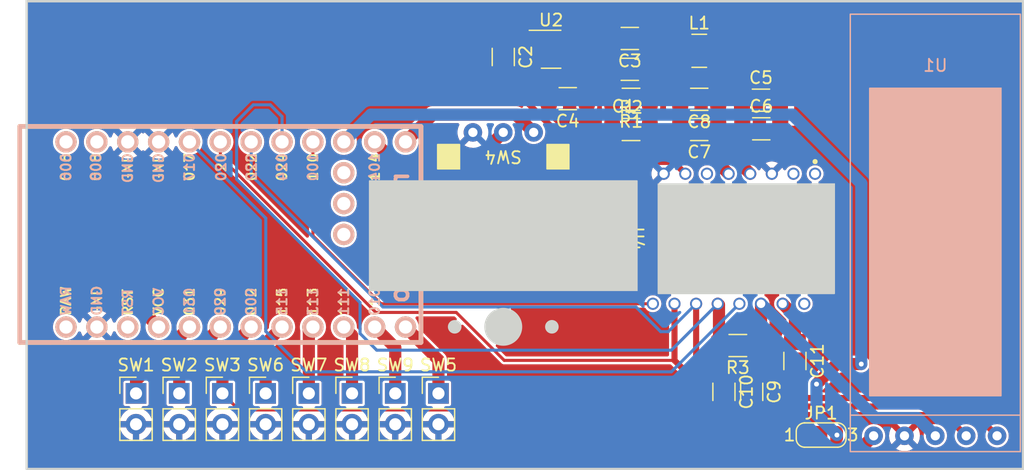
<source format=kicad_pcb>
(kicad_pcb (version 20221018) (generator pcbnew)
  (layers (0 "F.Cu" signal) (31 "B.Cu" signal) (34 "B.Paste" user) (35 "F.Paste" user) (36 "B.SilkS" user "B.Silkscreen") (37 "F.SilkS" user "F.Silkscreen") (38 "B.Mask" user) (39 "F.Mask" user) (44 "Edge.Cuts" user))
  (net 0 "")
  (net 1 "+3.3V")
  (net 2 "GND")
  (net 3 "Net-(C7-Pad1)")
  (net 4 "VLED")
  (net 5 "DPSClick")
  (net 6 "OLED_CS")
  (net 7 "LEDData")
  (net 8 "Net-(R1-Pad2)")
  (net 9 "MISO")
  (net 10 "LeftClick")
  (net 11 "RightClick")
  (net 12 "ScrollButton")
  (net 13 "RightButton")
  (net 14 "LeftButton")
  (net 15 "ForwardButton")
  (net 16 "BackButton")
  (net 17 "Net-(L1-Pad1)")
  (net 22 "ScrollA")
  (net 23 "ScrollB")
  (net 24 "Motion")
  (net 25 "MOSI")
  (net 26 "SCLK")
  (net 27 "CS")
  (net 34 "+1V8")
  (footprint "Capacitor_SMD:C_1206_3216Metric_Pad1.33x1.80mm_HandSolder" (layer "F.Cu") (at 130.429 25.146)
    (fp_text reference "C5" (at 0 -1.85) (layer "F.SilkS"))
    (fp_text value "100uF")
    (fp_line (start -0.711252 -0.91) (end 0.711252 -0.91) (stroke (width 0.12)) (layer "F.SilkS"))
    (fp_line (start -0.711252 0.91) (end 0.711252 0.91) (stroke (width 0.12)) (layer "F.SilkS"))
    (pad "1" smd roundrect (at -1.5625 0) (size 1.325 1.8) (layers "F.Cu" "F.Paste" "F.Mask") (roundrect_rratio 0.1886792453) (net 34 "+1V8"))
    (pad "2" smd roundrect (at 1.5625 0) (size 1.325 1.8) (layers "F.Cu" "F.Paste" "F.Mask") (roundrect_rratio 0.1886792453) (net 2 "GND"))
  )
  (footprint "Connector_PinHeader_2.54mm:PinHeader_1x02_P2.54mm_Vertical" (layer "F.Cu") (at 78.994 49.276)
    (fp_text reference "SW1" (at 0 -2.33) (layer "F.SilkS"))
    (fp_text value "SW_SPST")
    (fp_line (start -1.33 -1.33) (end 0 -1.33) (stroke (width 0.12)) (layer "F.SilkS"))
    (fp_line (start -1.33 0) (end -1.33 -1.33) (stroke (width 0.12)) (layer "F.SilkS"))
    (fp_line (start -1.33 1.27) (end -1.33 3.87) (stroke (width 0.12)) (layer "F.SilkS"))
    (fp_line (start -1.33 1.27) (end 1.33 1.27) (stroke (width 0.12)) (layer "F.SilkS"))
    (fp_line (start -1.33 3.87) (end 1.33 3.87) (stroke (width 0.12)) (layer "F.SilkS"))
    (fp_line (start 1.33 1.27) (end 1.33 3.87) (stroke (width 0.12)) (layer "F.SilkS"))
    (pad "1" thru_hole rect (at 0 0) (size 1.7 1.7) (drill 1) (layers "*.Cu" "*.Mask") (net 10 "LeftClick"))
    (pad "2" thru_hole oval (at 0 2.54) (size 1.7 1.7) (drill 1) (layers "*.Cu" "*.Mask") (net 2 "GND"))
  )
  (footprint "Jumper:SolderJumper-3_P1.3mm_Bridged12_RoundedPad1.0x1.5mm_NumberLabels" (layer "F.Cu") (at 135.382 52.705)
    (fp_text reference "JP1" (at 0 -1.8) (layer "F.SilkS"))
    (fp_text value "SolderJumper_3_Bridged12")
    (fp_text user "3" (at 2.6 0) (layer "F.SilkS"))
    (fp_text user "1" (at -2.6 0) (layer "F.SilkS"))
    (fp_poly (pts (xy -0.9 -0.3) (xy -0.4 -0.3) (xy -0.4 0.3) (xy -0.9 0.3)) (fill solid) (layer "F.Cu"))
    (fp_line (start -2.05 0.3) (end -2.05 -0.3) (stroke (width 0.12)) (layer "F.SilkS"))
    (fp_line (start -1.4 -1) (end 1.4 -1) (stroke (width 0.12)) (layer "F.SilkS"))
    (fp_line (start 1.4 1) (end -1.4 1) (stroke (width 0.12)) (layer "F.SilkS"))
    (fp_line (start 2.05 -0.3) (end 2.05 0.3) (stroke (width 0.12)) (layer "F.SilkS"))
    (fp_arc (start -2.05 -0.3) (mid -1.844975 -0.794975) (end -1.35 -1) (stroke (width 0.12)) (layer "F.SilkS"))
    (fp_arc (start -1.35 1) (mid -1.844975 0.794975) (end -2.05 0.3) (stroke (width 0.12)) (layer "F.SilkS"))
    (fp_arc (start 1.35 -1) (mid 1.844975 -0.794975) (end 2.05 -0.3) (stroke (width 0.12)) (layer "F.SilkS"))
    (fp_arc (start 2.05 0.3) (mid 1.844975 0.794975) (end 1.35 1) (stroke (width 0.12)) (layer "F.SilkS"))
    (pad "1" smd custom (at -1.3 0) (size 1 0.5) (layers "F.Cu" "F.Mask") (net 5 "DPSClick") (options (clearance outline) (anchor rect)) (primitives (gr_poly (pts (xy 0.55 0.75) (xy 0 0.75) (xy 0 -0.75) (xy 0.55 -0.75)) (width 0) (fill yes)) (gr_circle (center 0 0.25) (end 0.5 0.25) (width 0) (fill yes)) (gr_circle (center 0 -0.25) (end 0.5 -0.25) (width 0) (fill yes))))
    (pad "2" smd rect (at 0 0) (size 1 1.5) (layers "F.Cu" "F.Mask") (net 6 "OLED_CS"))
    (pad "3" smd custom (at 1.3 0) (size 1 0.5) (layers "F.Cu" "F.Mask") (net 7 "LEDData") (options (clearance outline) (anchor rect)) (primitives (gr_circle (center 0 0.25) (end 0.5 0.25) (width 0) (fill yes)) (gr_circle (center 0 -0.25) (end 0.5 -0.25) (width 0) (fill yes)) (gr_poly (pts (xy 0 0.75) (xy -0.55 0.75) (xy -0.55 -0.75) (xy 0 -0.75)) (width 0) (fill yes))))
  )
  (footprint "Capacitor_SMD:C_1206_3216Metric_Pad1.33x1.80mm_HandSolder" (layer "F.Cu") (at 119.634 22.606 180)
    (fp_text reference "C1" (at 0.508 -3.048) (layer "F.SilkS"))
    (fp_text value "33pF")
    (fp_line (start -0.711252 -0.91) (end 0.711252 -0.91) (stroke (width 0.12)) (layer "F.SilkS"))
    (fp_line (start -0.711252 0.91) (end 0.711252 0.91) (stroke (width 0.12)) (layer "F.SilkS"))
    (pad "1" smd roundrect (at -1.5625 0 180) (size 1.325 1.8) (layers "F.Cu" "F.Paste" "F.Mask") (roundrect_rratio 0.188679) (net 34 "+1V8"))
    (pad "2" smd roundrect (at 1.5625 0 180) (size 1.325 1.8) (layers "F.Cu" "F.Paste" "F.Mask") (roundrect_rratio 0.188679) (net 8 "Net-(R1-Pad2)"))
  )
  (footprint "Package_TO_SOT_SMD:SOT-23-5" (layer "F.Cu") (at 113.157 20.955)
    (fp_text reference "U2" (at 0 -2.4) (layer "F.SilkS"))
    (fp_text value "TPS62200DBV")
    (fp_line (start 0 -1.56) (end -1.8 -1.56) (stroke (width 0.12)) (layer "F.SilkS"))
    (fp_line (start 0 -1.56) (end 0.8 -1.56) (stroke (width 0.12)) (layer "F.SilkS"))
    (fp_line (start 0 1.56) (end -0.8 1.56) (stroke (width 0.12)) (layer "F.SilkS"))
    (fp_line (start 0 1.56) (end 0.8 1.56) (stroke (width 0.12)) (layer "F.SilkS"))
    (pad "1" smd roundrect (at -1.1375 -0.95) (size 1.325 0.6) (layers "F.Cu" "F.Paste" "F.Mask") (net 1 "+3.3V"))
    (pad "2" smd roundrect (at -1.1375 0) (size 1.325 0.6) (layers "F.Cu" "F.Paste" "F.Mask") (net 2 "GND"))
    (pad "3" smd roundrect (at -1.1375 0.95) (size 1.325 0.6) (layers "F.Cu" "F.Paste" "F.Mask") (net 1 "+3.3V"))
    (pad "4" smd roundrect (at 1.1375 0.95) (size 1.325 0.6) (layers "F.Cu" "F.Paste" "F.Mask") (net 8 "Net-(R1-Pad2)"))
    (pad "5" smd roundrect (at 1.1375 -0.95) (size 1.325 0.6) (layers "F.Cu" "F.Paste" "F.Mask") (net 17 "Net-(L1-Pad1)"))
  )
  (footprint "Connector_PinHeader_2.54mm:PinHeader_1x02_P2.54mm_Vertical" (layer "F.Cu") (at 93.218 49.276)
    (fp_text reference "SW7" (at 0 -2.33) (layer "F.SilkS"))
    (fp_text value "SW_SPST")
    (fp_line (start -1.33 -1.33) (end 0 -1.33) (stroke (width 0.12)) (layer "F.SilkS"))
    (fp_line (start -1.33 0) (end -1.33 -1.33) (stroke (width 0.12)) (layer "F.SilkS"))
    (fp_line (start -1.33 1.27) (end -1.33 3.87) (stroke (width 0.12)) (layer "F.SilkS"))
    (fp_line (start -1.33 1.27) (end 1.33 1.27) (stroke (width 0.12)) (layer "F.SilkS"))
    (fp_line (start -1.33 3.87) (end 1.33 3.87) (stroke (width 0.12)) (layer "F.SilkS"))
    (fp_line (start 1.33 1.27) (end 1.33 3.87) (stroke (width 0.12)) (layer "F.SilkS"))
    (pad "1" thru_hole rect (at 0 0) (size 1.7 1.7) (drill 1) (layers "*.Cu" "*.Mask") (net 14 "LeftButton"))
    (pad "2" thru_hole oval (at 0 2.54) (size 1.7 1.7) (drill 1) (layers "*.Cu" "*.Mask") (net 2 "GND"))
  )
  (footprint "Connector_PinHeader_2.54mm:PinHeader_1x02_P2.54mm_Vertical" (layer "F.Cu") (at 89.662 49.276)
    (fp_text reference "SW6" (at 0 -2.33) (layer "F.SilkS"))
    (fp_text value "SW_SPST")
    (fp_line (start -1.33 -1.33) (end 0 -1.33) (stroke (width 0.12)) (layer "F.SilkS"))
    (fp_line (start -1.33 0) (end -1.33 -1.33) (stroke (width 0.12)) (layer "F.SilkS"))
    (fp_line (start -1.33 1.27) (end -1.33 3.87) (stroke (width 0.12)) (layer "F.SilkS"))
    (fp_line (start -1.33 1.27) (end 1.33 1.27) (stroke (width 0.12)) (layer "F.SilkS"))
    (fp_line (start -1.33 3.87) (end 1.33 3.87) (stroke (width 0.12)) (layer "F.SilkS"))
    (fp_line (start 1.33 1.27) (end 1.33 3.87) (stroke (width 0.12)) (layer "F.SilkS"))
    (pad "1" thru_hole rect (at 0 0) (size 1.7 1.7) (drill 1) (layers "*.Cu" "*.Mask") (net 13 "RightButton"))
    (pad "2" thru_hole oval (at 0 2.54) (size 1.7 1.7) (drill 1) (layers "*.Cu" "*.Mask") (net 2 "GND"))
  )
  (footprint "Resistor_SMD:R_1206_3216Metric_Pad1.30x1.75mm_HandSolder" (layer "F.Cu") (at 119.735 25.074 180)
    (fp_text reference "R1" (at 0 -1.82) (layer "F.SilkS"))
    (fp_text value "470k")
    (fp_line (start -0.727064 -0.91) (end 0.727064 -0.91) (stroke (width 0.12)) (layer "F.SilkS"))
    (fp_line (start -0.727064 0.91) (end 0.727064 0.91) (stroke (width 0.12)) (layer "F.SilkS"))
    (pad "1" smd roundrect (at -1.55 0 180) (size 1.3 1.75) (layers "F.Cu" "F.Paste" "F.Mask") (roundrect_rratio 0.1923076923) (net 34 "+1V8"))
    (pad "2" smd roundrect (at 1.55 0 180) (size 1.3 1.75) (layers "F.Cu" "F.Paste" "F.Mask") (roundrect_rratio 0.1923076923) (net 8 "Net-(R1-Pad2)"))
  )
  (footprint "Capacitor_SMD:C_1206_3216Metric_Pad1.33x1.80mm_HandSolder" (layer "F.Cu") (at 119.634 20.066 180)
    (fp_text reference "C3" (at 0 -1.85) (layer "F.SilkS"))
    (fp_text value "10uF")
    (fp_line (start -0.711252 -0.91) (end 0.711252 -0.91) (stroke (width 0.12)) (layer "F.SilkS"))
    (fp_line (start -0.711252 0.91) (end 0.711252 0.91) (stroke (width 0.12)) (layer "F.SilkS"))
    (pad "1" smd roundrect (at -1.5625 0 180) (size 1.325 1.8) (layers "F.Cu" "F.Paste" "F.Mask") (roundrect_rratio 0.1886792453) (net 34 "+1V8"))
    (pad "2" smd roundrect (at 1.5625 0 180) (size 1.325 1.8) (layers "F.Cu" "F.Paste" "F.Mask") (roundrect_rratio 0.1886792453) (net 2 "GND"))
  )
  (footprint "Capacitor_SMD:C_1206_3216Metric_Pad1.33x1.80mm_HandSolder" (layer "F.Cu") (at 130.454 27.501)
    (fp_text reference "C6" (at 0 -1.85) (layer "F.SilkS"))
    (fp_text value "10uF")
    (fp_line (start -0.711252 -0.91) (end 0.711252 -0.91) (stroke (width 0.12)) (layer "F.SilkS"))
    (fp_line (start -0.711252 0.91) (end 0.711252 0.91) (stroke (width 0.12)) (layer "F.SilkS"))
    (pad "1" smd roundrect (at -1.5625 0) (size 1.325 1.8) (layers "F.Cu" "F.Paste" "F.Mask") (roundrect_rratio 0.1886792453) (net 34 "+1V8"))
    (pad "2" smd roundrect (at 1.5625 0) (size 1.325 1.8) (layers "F.Cu" "F.Paste" "F.Mask") (roundrect_rratio 0.1886792453) (net 2 "GND"))
  )
  (footprint "Connector_PinHeader_2.54mm:PinHeader_1x02_P2.54mm_Vertical" (layer "F.Cu") (at 96.774 49.276)
    (fp_text reference "SW8" (at 0 -2.33) (layer "F.SilkS"))
    (fp_text value "SW_SPST")
    (fp_line (start -1.33 -1.33) (end 0 -1.33) (stroke (width 0.12)) (layer "F.SilkS"))
    (fp_line (start -1.33 0) (end -1.33 -1.33) (stroke (width 0.12)) (layer "F.SilkS"))
    (fp_line (start -1.33 1.27) (end -1.33 3.87) (stroke (width 0.12)) (layer "F.SilkS"))
    (fp_line (start -1.33 1.27) (end 1.33 1.27) (stroke (width 0.12)) (layer "F.SilkS"))
    (fp_line (start -1.33 3.87) (end 1.33 3.87) (stroke (width 0.12)) (layer "F.SilkS"))
    (fp_line (start 1.33 1.27) (end 1.33 3.87) (stroke (width 0.12)) (layer "F.SilkS"))
    (pad "1" thru_hole rect (at 0 0) (size 1.7 1.7) (drill 1) (layers "*.Cu" "*.Mask") (net 15 "ForwardButton"))
    (pad "2" thru_hole oval (at 0 2.54) (size 1.7 1.7) (drill 1) (layers "*.Cu" "*.Mask") (net 2 "GND"))
  )
  (footprint "Library:PAW3395DM-T6QU" (layer "F.Cu") (at 129.223 36.55 -90)
    (fp_text reference "U4" (at 0 9 -90 unlocked) (layer "F.SilkS"))
    (fp_text value "PAW3395DM-T6QU")
    (fp_circle (center -6.35 -5.66) (end -6.2 -5.66) (stroke (width 0.12)) (fill solid) (layer "F.SilkS"))
    (fp_rect (start -4.5 -7.24) (end 4.5 7.24) (stroke (width 0.12)) (fill solid) (layer "Edge.Cuts"))
    (pad "1" thru_hole circle locked (at -5.35 -5.66 270) (size 1 1) (drill 0.7) (layers "*.Cu" "*.Mask"))
    (pad "2" thru_hole circle locked (at -5.35 -3.88 270) (size 1 1) (drill 0.7) (layers "*.Cu" "*.Mask"))
    (pad "3" thru_hole circle locked (at -5.35 -2.1 270) (size 1 1) (drill 0.7) (layers "*.Cu" "*.Mask") (net 2 "GND"))
    (pad "4" thru_hole circle locked (at -5.35 -0.32 270) (size 1 1) (drill 0.7) (layers "*.Cu" "*.Mask") (net 34 "+1V8"))
    (pad "5" thru_hole circle locked (at -5.35 1.46 270) (size 1 1) (drill 0.7) (layers "*.Cu" "*.Mask") (net 3 "Net-(C7-Pad1)"))
    (pad "6" thru_hole circle locked (at -5.35 3.24 270) (size 1 1) (drill 0.7) (layers "*.Cu" "*.Mask"))
    (pad "7" thru_hole circle locked (at -5.35 5.02 270) (size 1 1) (drill 0.7) (layers "*.Cu" "*.Mask") (net 1 "+3.3V"))
    (pad "8" thru_hole circle locked (at -5.35 6.8 270) (size 1 1) (drill 0.7) (layers "*.Cu" "*.Mask") (net 2 "GND"))
    (pad "9" thru_hole circle locked (at 5.35 7.69 270) (size 1 1) (drill 0.7) (layers "*.Mask" "F.Cu" "In1.Cu" "B.Cu") (net 24 "Motion"))
    (pad "10" thru_hole circle locked (at 5.35 5.91 270) (size 1 1) (drill 0.7) (layers "*.Mask" "F.Cu" "In1.Cu" "B.Cu") (net 26 "SCLK"))
    (pad "11" thru_hole circle locked (at 5.35 4.13 270) (size 1 1) (drill 0.7) (layers "*.Mask" "F.Cu" "In1.Cu" "B.Cu") (net 25 "MOSI"))
    (pad "12" thru_hole circle locked (at 5.35 2.35 270) (size 1 1) (drill 0.7) (layers "*.Mask" "F.Cu" "In1.Cu" "B.Cu") (net 9 "MISO"))
    (pad "13" thru_hole circle locked (at 5.35 0.57 270) (size 1 1) (drill 0.7) (layers "*.Mask" "F.Cu" "In1.Cu" "B.Cu") (net 27 "CS"))
    (pad "14" thru_hole circle locked (at 5.35 -1.21 270) (size 1 1) (drill 0.7) (layers "*.Mask" "F.Cu" "In1.Cu" "B.Cu") (net 1 "+3.3V"))
    (pad "15" thru_hole circle locked (at 5.35 -2.99 270) (size 1 1) (drill 0.7) (layers "*.Mask" "F.Cu" "In1.Cu" "B.Cu") (net 4 "VLED"))
    (pad "16" thru_hole circle locked (at 5.35 -4.77 270) (size 1 1) (drill 0.7) (layers "*.Mask" "F.Cu" "In1.Cu" "B.Cu"))
  )
  (footprint "Capacitor_SMD:C_1206_3216Metric_Pad1.33x1.80mm_HandSolder" (layer "F.Cu") (at 114.528 25.019 180)
    (fp_text reference "C4" (at 0 -1.85) (layer "F.SilkS"))
    (fp_text value "100pF")
    (fp_line (start -0.711252 -0.91) (end 0.711252 -0.91) (stroke (width 0.12)) (layer "F.SilkS"))
    (fp_line (start -0.711252 0.91) (end 0.711252 0.91) (stroke (width 0.12)) (layer "F.SilkS"))
    (pad "1" smd roundrect (at -1.5625 0 180) (size 1.325 1.8) (layers "F.Cu" "F.Paste" "F.Mask") (roundrect_rratio 0.188679) (net 8 "Net-(R1-Pad2)"))
    (pad "2" smd roundrect (at 1.5625 0 180) (size 1.325 1.8) (layers "F.Cu" "F.Paste" "F.Mask") (roundrect_rratio 0.188679) (net 2 "GND"))
  )
  (footprint "Inductor_SMD:L_1210_3225Metric_Pad1.42x2.65mm_HandSolder" (layer "F.Cu") (at 125.349 21.082)
    (fp_text reference "L1" (at 0 -2.28) (layer "F.SilkS"))
    (fp_text value "10uH")
    (fp_line (start -0.602064 -1.36) (end 0.602064 -1.36) (stroke (width 0.12)) (layer "F.SilkS"))
    (fp_line (start -0.602064 1.36) (end 0.602064 1.36) (stroke (width 0.12)) (layer "F.SilkS"))
    (pad "1" smd roundrect (at -1.4875 0) (size 1.425 2.65) (layers "F.Cu" "F.Paste" "F.Mask") (roundrect_rratio 0.1754392982) (net 17 "Net-(L1-Pad1)"))
    (pad "2" smd roundrect (at 1.4875 0) (size 1.425 2.65) (layers "F.Cu" "F.Paste" "F.Mask") (roundrect_rratio 0.1754392982) (net 34 "+1V8"))
  )
  (footprint "Capacitor_SMD:C_1206_3216Metric_Pad1.33x1.80mm_HandSolder" (layer "F.Cu") (at 129.667 49.149 -90)
    (fp_text reference "C9" (at 0 -1.85 90) (layer "F.SilkS"))
    (fp_text value "10uF")
    (fp_line (start -0.711252 -0.91) (end 0.711252 -0.91) (stroke (width 0.12)) (layer "F.SilkS"))
    (fp_line (start -0.711252 0.91) (end 0.711252 0.91) (stroke (width 0.12)) (layer "F.SilkS"))
    (pad "1" smd roundrect (at -1.5625 0 270) (size 1.325 1.8) (layers "F.Cu" "F.Paste" "F.Mask") (roundrect_rratio 0.1886792453) (net 1 "+3.3V"))
    (pad "2" smd roundrect (at 1.5625 0 270) (size 1.325 1.8) (layers "F.Cu" "F.Paste" "F.Mask") (roundrect_rratio 0.1886792453) (net 2 "GND"))
  )
  (footprint "Resistor_SMD:R_1206_3216Metric_Pad1.30x1.75mm_HandSolder" (layer "F.Cu") (at 128.524 45.339 180)
    (fp_text reference "R3" (at 0 -1.82) (layer "F.SilkS"))
    (fp_text value "10k")
    (fp_line (start -0.727064 -0.91) (end 0.727064 -0.91) (stroke (width 0.12)) (layer "F.SilkS"))
    (fp_line (start -0.727064 0.91) (end 0.727064 0.91) (stroke (width 0.12)) (layer "F.SilkS"))
    (pad "1" smd roundrect (at -1.55 0 180) (size 1.3 1.75) (layers "F.Cu" "F.Paste" "F.Mask") (roundrect_rratio 0.1923076923) (net 1 "+3.3V"))
    (pad "2" smd roundrect (at 1.55 0 180) (size 1.3 1.75) (layers "F.Cu" "F.Paste" "F.Mask") (roundrect_rratio 0.1923076923) (net 9 "MISO"))
  )
  (footprint "Library:Japanese_Alps_Encoder_EC10E1220501" (layer "F.Cu") (at 109.22 27.796 180)
    (fp_text reference "SW4" (at 0 -2 180 unlocked) (layer "F.SilkS"))
    (fp_text value "RotaryEncoder")
    (fp_rect (start -5.4 -3) (end -3.6 -1) (stroke (width 0.12)) (fill solid) (layer "F.SilkS"))
    (fp_rect (start 3.6 -3) (end 5.4 -1) (stroke (width 0.12)) (fill solid) (layer "F.SilkS"))
    (fp_rect (start -11 -13) (end 11 -4) (stroke (width 0.12)) (fill solid) (layer "Edge.Cuts"))
    (fp_circle (center -4 -16) (end -3.5 -16) (stroke (width 0.12)) (fill solid) (layer "Edge.Cuts"))
    (fp_circle (center 0 -16) (end 1.5 -16) (stroke (width 0.12)) (fill solid) (layer "Edge.Cuts"))
    (fp_circle (center 4 -16) (end 4.5 -16) (stroke (width 0.12)) (fill solid) (layer "Edge.Cuts"))
    (pad "A" thru_hole circle locked (at -2.5 0 180) (size 1.524 1.524) (drill 0.762) (layers "*.Cu" "*.Mask") (net 22 "ScrollA"))
    (pad "B" thru_hole circle locked (at 0 0 180) (size 1.524 1.524) (drill 0.762) (layers "*.Cu" "*.Mask") (net 23 "ScrollB"))
    (pad "C" thru_hole circle locked (at 2.5 0 180) (size 1.524 1.524) (drill 0.762) (layers "*.Cu" "*.Mask") (net 2 "GND"))
  )
  (footprint "Connector_PinHeader_2.54mm:PinHeader_1x02_P2.54mm_Vertical" (layer "F.Cu") (at 86.106 49.276)
    (fp_text reference "SW3" (at 0 -2.33) (layer "F.SilkS"))
    (fp_text value "SW_SPST")
    (fp_line (start -1.33 -1.33) (end 0 -1.33) (stroke (width 0.12)) (layer "F.SilkS"))
    (fp_line (start -1.33 0) (end -1.33 -1.33) (stroke (width 0.12)) (layer "F.SilkS"))
    (fp_line (start -1.33 1.27) (end -1.33 3.87) (stroke (width 0.12)) (layer "F.SilkS"))
    (fp_line (start -1.33 1.27) (end 1.33 1.27) (stroke (width 0.12)) (layer "F.SilkS"))
    (fp_line (start -1.33 3.87) (end 1.33 3.87) (stroke (width 0.12)) (layer "F.SilkS"))
    (fp_line (start 1.33 1.27) (end 1.33 3.87) (stroke (width 0.12)) (layer "F.SilkS"))
    (pad "1" thru_hole rect (at 0 0) (size 1.7 1.7) (drill 1) (layers "*.Cu" "*.Mask") (net 5 "DPSClick"))
    (pad "2" thru_hole oval (at 0 2.54) (size 1.7 1.7) (drill 1) (layers "*.Cu" "*.Mask") (net 2 "GND"))
  )
  (footprint "Connector_PinHeader_2.54mm:PinHeader_1x02_P2.54mm_Vertical" (layer "F.Cu") (at 103.886 49.276)
    (fp_text reference "SW5" (at 0 -2.33) (layer "F.SilkS"))
    (fp_text value "SW_Push")
    (fp_line (start -1.33 -1.33) (end 0 -1.33) (stroke (width 0.12)) (layer "F.SilkS"))
    (fp_line (start -1.33 0) (end -1.33 -1.33) (stroke (width 0.12)) (layer "F.SilkS"))
    (fp_line (start -1.33 1.27) (end -1.33 3.87) (stroke (width 0.12)) (layer "F.SilkS"))
    (fp_line (start -1.33 1.27) (end 1.33 1.27) (stroke (width 0.12)) (layer "F.SilkS"))
    (fp_line (start -1.33 3.87) (end 1.33 3.87) (stroke (width 0.12)) (layer "F.SilkS"))
    (fp_line (start 1.33 1.27) (end 1.33 3.87) (stroke (width 0.12)) (layer "F.SilkS"))
    (pad "1" thru_hole rect (at 0 0) (size 1.7 1.7) (drill 1) (layers "*.Cu" "*.Mask") (net 12 "ScrollButton"))
    (pad "2" thru_hole oval (at 0 2.54) (size 1.7 1.7) (drill 1) (layers "*.Cu" "*.Mask") (net 2 "GND"))
  )
  (footprint "Capacitor_SMD:C_1206_3216Metric_Pad1.33x1.80mm_HandSolder" (layer "F.Cu") (at 125.349 27.559 180)
    (fp_text reference "C7" (at 0 -1.85) (layer "F.SilkS"))
    (fp_text value "4.7uF")
    (fp_line (start -0.711252 -0.91) (end 0.711252 -0.91) (stroke (width 0.12)) (layer "F.SilkS"))
    (fp_line (start -0.711252 0.91) (end 0.711252 0.91) (stroke (width 0.12)) (layer "F.SilkS"))
    (pad "1" smd roundrect (at -1.5625 0 180) (size 1.325 1.8) (layers "F.Cu" "F.Paste" "F.Mask") (roundrect_rratio 0.1886792453) (net 3 "Net-(C7-Pad1)"))
    (pad "2" smd roundrect (at 1.5625 0 180) (size 1.325 1.8) (layers "F.Cu" "F.Paste" "F.Mask") (roundrect_rratio 0.1886792453) (net 2 "GND"))
  )
  (footprint "Capacitor_SMD:C_1206_3216Metric_Pad1.33x1.80mm_HandSolder" (layer "F.Cu") (at 125.349 25.074 180)
    (fp_text reference "C8" (at 0 -1.85) (layer "F.SilkS"))
    (fp_text value "100uF")
    (fp_line (start -0.711252 -0.91) (end 0.711252 -0.91) (stroke (width 0.12)) (layer "F.SilkS"))
    (fp_line (start -0.711252 0.91) (end 0.711252 0.91) (stroke (width 0.12)) (layer "F.SilkS"))
    (pad "1" smd roundrect (at -1.5625 0 180) (size 1.325 1.8) (layers "F.Cu" "F.Paste" "F.Mask") (roundrect_rratio 0.1886792453) (net 3 "Net-(C7-Pad1)"))
    (pad "2" smd roundrect (at 1.5625 0 180) (size 1.325 1.8) (layers "F.Cu" "F.Paste" "F.Mask") (roundrect_rratio 0.1886792453) (net 2 "GND"))
  )
  (footprint "Connector_PinHeader_2.54mm:PinHeader_1x02_P2.54mm_Vertical" (layer "F.Cu") (at 100.33 49.276)
    (fp_text reference "SW9" (at 0 -2.33) (layer "F.SilkS"))
    (fp_text value "SW_SPST")
    (fp_line (start -1.33 -1.33) (end 0 -1.33) (stroke (width 0.12)) (layer "F.SilkS"))
    (fp_line (start -1.33 0) (end -1.33 -1.33) (stroke (width 0.12)) (layer "F.SilkS"))
    (fp_line (start -1.33 1.27) (end -1.33 3.87) (stroke (width 0.12)) (layer "F.SilkS"))
    (fp_line (start -1.33 1.27) (end 1.33 1.27) (stroke (width 0.12)) (layer "F.SilkS"))
    (fp_line (start -1.33 3.87) (end 1.33 3.87) (stroke (width 0.12)) (layer "F.SilkS"))
    (fp_line (start 1.33 1.27) (end 1.33 3.87) (stroke (width 0.12)) (layer "F.SilkS"))
    (pad "1" thru_hole rect (at 0 0) (size 1.7 1.7) (drill 1) (layers "*.Cu" "*.Mask") (net 16 "BackButton"))
    (pad "2" thru_hole oval (at 0 2.54) (size 1.7 1.7) (drill 1) (layers "*.Cu" "*.Mask") (net 2 "GND"))
  )
  (footprint "Resistor_SMD:R_1206_3216Metric_Pad1.30x1.75mm_HandSolder" (layer "F.Cu") (at 119.735 27.559)
    (fp_text reference "R2" (at 0 -1.82) (layer "F.SilkS"))
    (fp_text value "180k")
    (fp_line (start -0.727064 -0.91) (end 0.727064 -0.91) (stroke (width 0.12)) (layer "F.SilkS"))
    (fp_line (start -0.727064 0.91) (end 0.727064 0.91) (stroke (width 0.12)) (layer "F.SilkS"))
    (pad "1" smd roundrect (at -1.55 0) (size 1.3 1.75) (layers "F.Cu" "F.Paste" "F.Mask") (roundrect_rratio 0.1923076923) (net 8 "Net-(R1-Pad2)"))
    (pad "2" smd roundrect (at 1.55 0) (size 1.3 1.75) (layers "F.Cu" "F.Paste" "F.Mask") (roundrect_rratio 0.1923076923) (net 2 "GND"))
  )
  (footprint "Capacitor_SMD:C_1206_3216Metric_Pad1.33x1.80mm_HandSolder" (layer "F.Cu") (at 133.223 46.609 -90)
    (fp_text reference "C11" (at 0 -1.85 90) (layer "F.SilkS"))
    (fp_text value "33uF")
    (fp_line (start -0.711252 -0.91) (end 0.711252 -0.91) (stroke (width 0.12)) (layer "F.SilkS"))
    (fp_line (start -0.711252 0.91) (end 0.711252 0.91) (stroke (width 0.12)) (layer "F.SilkS"))
    (pad "1" smd roundrect (at -1.5625 0 270) (size 1.325 1.8) (layers "F.Cu" "F.Paste" "F.Mask") (roundrect_rratio 0.1886792453) (net 4 "VLED"))
    (pad "2" smd roundrect (at 1.5625 0 270) (size 1.325 1.8) (layers "F.Cu" "F.Paste" "F.Mask") (roundrect_rratio 0.1886792453) (net 2 "GND"))
  )
  (footprint "Capacitor_SMD:C_1206_3216Metric_Pad1.33x1.80mm_HandSolder" (layer "F.Cu") (at 109.22 21.59 -90)
    (fp_text reference "C2" (at 0 -1.85 90) (layer "F.SilkS"))
    (fp_text value "1uF")
    (fp_line (start -0.711252 -0.91) (end 0.711252 -0.91) (stroke (width 0.12)) (layer "F.SilkS"))
    (fp_line (start -0.711252 0.91) (end 0.711252 0.91) (stroke (width 0.12)) (layer "F.SilkS"))
    (pad "1" smd roundrect (at -1.5625 0 270) (size 1.325 1.8) (layers "F.Cu" "F.Paste" "F.Mask") (roundrect_rratio 0.1886792453) (net 1 "+3.3V"))
    (pad "2" smd roundrect (at 1.5625 0 270) (size 1.325 1.8) (layers "F.Cu" "F.Paste" "F.Mask") (roundrect_rratio 0.1886792453) (net 2 "GND"))
  )
  (footprint "Capacitor_SMD:C_1206_3216Metric_Pad1.33x1.80mm_HandSolder" (layer "F.Cu") (at 127.381 49.149 -90)
    (fp_text reference "C10" (at 0 -1.85 90) (layer "F.SilkS"))
    (fp_text value "100uF")
    (fp_line (start -0.711252 -0.91) (end 0.711252 -0.91) (stroke (width 0.12)) (layer "F.SilkS"))
    (fp_line (start -0.711252 0.91) (end 0.711252 0.91) (stroke (width 0.12)) (layer "F.SilkS"))
    (pad "1" smd roundrect (at -1.5625 0 270) (size 1.325 1.8) (layers "F.Cu" "F.Paste" "F.Mask") (roundrect_rratio 0.1886792453) (net 1 "+3.3V"))
    (pad "2" smd roundrect (at 1.5625 0 270) (size 1.325 1.8) (layers "F.Cu" "F.Paste" "F.Mask") (roundrect_rratio 0.1886792453) (net 2 "GND"))
  )
  (footprint "Connector_PinHeader_2.54mm:PinHeader_1x02_P2.54mm_Vertical" (layer "F.Cu") (at 82.55 49.276)
    (fp_text reference "SW2" (at 0 -2.33) (layer "F.SilkS"))
    (fp_text value "SW_SPST")
    (fp_line (start -1.33 -1.33) (end 0 -1.33) (stroke (width 0.12)) (layer "F.SilkS"))
    (fp_line (start -1.33 0) (end -1.33 -1.33) (stroke (width 0.12)) (layer "F.SilkS"))
    (fp_line (start -1.33 1.27) (end -1.33 3.87) (stroke (width 0.12)) (layer "F.SilkS"))
    (fp_line (start -1.33 1.27) (end 1.33 1.27) (stroke (width 0.12)) (layer "F.SilkS"))
    (fp_line (start -1.33 3.87) (end 1.33 3.87) (stroke (width 0.12)) (layer "F.SilkS"))
    (fp_line (start 1.33 1.27) (end 1.33 3.87) (stroke (width 0.12)) (layer "F.SilkS"))
    (pad "1" thru_hole rect (at 0 0) (size 1.7 1.7) (drill 1) (layers "*.Cu" "*.Mask") (net 11 "RightClick"))
    (pad "2" thru_hole oval (at 0 2.54) (size 1.7 1.7) (drill 1) (layers "*.Cu" "*.Mask") (net 2 "GND"))
  )
  (footprint "nice-nano-kicad:nice_nano" (layer "B.Cu") (at 87.20375 36.195)
    (fp_text reference "U3" hide)
    (fp_text value "nice_nano" hide)
    (fp_text user "006" (at -13.97 -5.53719 90) (layer "B.SilkS") (effects (font (size 0.8 0.8)) (justify mirror)))
    (fp_text user "GND" (at -8.89 -5.461 90) (layer "B.SilkS") (effects (font (size 0.8 0.8)) (justify mirror)))
    (fp_text user "031" (at -3.81 5.537191 90) (layer "B.SilkS") (effects (font (size 0.8 0.8)) (justify mirror)))
    (fp_text user "010" (at 11.43 5.537191 90) (layer "B.SilkS") (effects (font (size 0.8 0.8)) (justify mirror)))
    (fp_text user "115" (at 3.81 5.537191 90) (layer "B.SilkS") (effects (font (size 0.8 0.8)) (justify mirror)))
    (fp_text user "029" (at -1.27 5.537191 90) (layer "B.SilkS") (effects (font (size 0.8 0.8)) (justify mirror)))
    (fp_text user "100" (at 6.35 -5.53719 90) (layer "B.SilkS") (effects (font (size 0.8 0.8)) (justify mirror)))
    (fp_text user "020" (at -1.2 -5.53719 90) (layer "B.SilkS") (effects (font (size 0.8 0.8)) (justify mirror)))
    (fp_text user "008" (at -11.5 -5.53719 90) (layer "B.SilkS") (effects (font (size 0.8 0.8)) (justify mirror)))
    (fp_text user "RAW" (at -13.97 5.473715 90) (layer "B.SilkS") (effects (font (size 0.8 0.8)) (justify mirror)))
    (fp_text user "nice!nano" (at 13.462 0.254 90) (layer "B.SilkS") (effects (font (size 1.5 1.5) (thickness 0.3)) (justify mirror)))
    (fp_text user "RST" (at -8.89 5.588 90) (layer "B.SilkS") (effects (font (size 0.8 0.8)) (justify mirror)))
    (fp_text user "104" (at 11.43 -5.53719 90) (layer "B.SilkS") (effects (font (size 0.8 0.8)) (justify mirror)))
    (fp_text user "GND" (at -6.35 -5.461 90) (layer "B.SilkS") (effects (font (size 0.8 0.8)) (justify mirror)))
    (fp_text user "017" (at -3.8 -5.53719 90) (layer "B.SilkS") (effects (font (size 0.8 0.8)) (justify mirror)))
    (fp_text user "113" (at 6.35 5.537191 90) (layer "B.SilkS") (effects (font (size 0.8 0.8)) (justify mirror)))
    (fp_text user "022" (at 1.3 -5.53719 90) (layer "B.SilkS") (effects (font (size 0.8 0.8)) (justify mirror)))
    (fp_text user "111" (at 8.89 5.537191 90) (layer "B.SilkS") (effects (font (size 0.8 0.8)) (justify mirror)))
    (fp_text user "002" (at 1.27 5.537191 90) (layer "B.SilkS") (effects (font (size 0.8 0.8)) (justify mirror)))
    (fp_text user "VCC" (at -6.35 5.537191 90) (layer "B.SilkS") (effects (font (size 0.8 0.8)) (justify mirror)))
    (fp_text user "024" (at 3.81 -5.53719 90) (layer "B.SilkS") (effects (font (size 0.8 0.8)) (justify mirror)))
    (fp_text user "GND" (at -11.43 5.454667 90) (layer "B.SilkS") (effects (font (size 0.8 0.8)) (justify mirror)))
    (fp_text user "006" (at -13.97 -5.53719 90) (layer "F.SilkS") (effects (font (size 0.8 0.8))))
    (fp_text user "031" (at -3.81 5.537191 90) (layer "F.SilkS") (effects (font (size 0.8 0.8))))
    (fp_text user "008" (at -11.5 -5.53719 90) (layer "F.SilkS") (effects (font (size 0.8 0.8))))
    (fp_text user "010" (at 11.43 5.537191 90) (layer "F.SilkS") (effects (font (size 0.8 0.8))))
    (fp_text user "RAW" (at -13.97 5.473715 90) (layer "F.SilkS") (effects (font (size 0.8 0.8))))
    (fp_text user "115" (at 3.81 5.537191 90) (layer "F.SilkS") (effects (font (size 0.8 0.8))))
    (fp_text user "024" (at 3.8 -5.53719 90) (layer "F.SilkS") (effects (font (size 0.8 0.8))))
    (fp_text user "020" (at -1.2 -5.53719 90) (layer "F.SilkS") (effects (font (size 0.8 0.8))))
    (fp_text user "017" (at -3.81 -5.53719 90) (layer "F.SilkS") (effects (font (size 0.8 0.8))))
    (fp_text user "GND" (at -6.35 -5.461 90) (layer "F.SilkS") (effects (font (size 0.8 0.8))))
    (fp_text user "RST" (at -8.89 5.588 90) (layer "F.SilkS") (effects (font (size 0.8 0.8))))
    (fp_text user "VCC" (at -6.35 5.537191 90) (layer "F.SilkS") (effects (font (size 0.8 0.8))))
    (fp_text user "104" (at 11.43 -5.53719 90) (layer "F.SilkS") (effects (font (size 0.8 0.8))))
    (fp_text user "029" (at -1.27 5.537191 90) (layer "F.SilkS") (effects (font (size 0.8 0.8))))
    (fp_text user "GND" (at -8.89 -5.461 90) (layer "F.SilkS") (effects (font (size 0.8 0.8))))
    (fp_text user "113" (at 6.35 5.537191 90) (layer "F.SilkS") (effects (font (size 0.8 0.8))))
    (fp_text user "GND" (at -11.43 5.454667 90) (layer "F.SilkS") (effects (font (size 0.8 0.8))))
    (fp_text user "100" (at 6.35 -5.53719 90) (layer "F.SilkS") (effects (font (size 0.8 0.8))))
    (fp_text user "002" (at 1.27 5.537191 90) (layer "F.SilkS") (effects (font (size 0.8 0.8))))
    (fp_text user "111" (at 8.89 5.537191 90) (layer "F.SilkS") (effects (font (size 0.8 0.8))))
    (fp_text user "022" (at 1.3 -5.53719 90) (layer "F.SilkS") (effects (font (size 0.8 0.8))))
    (fp_line (start -17.78 -8.89) (end -15.24 -8.89) (stroke (width 0.381)) (layer "B.SilkS"))
    (fp_line (start -17.78 8.89) (end -17.78 -8.89) (stroke (width 0.381)) (layer "B.SilkS"))
    (fp_line (start -15.24 -8.89) (end 15.24 -8.89) (stroke (width 0.381)) (layer "B.SilkS"))
    (fp_line (start -15.24 8.89) (end -17.78 8.89) (stroke (width 0.381)) (layer "B.SilkS"))
    (fp_line (start 15.24 -8.89) (end 15.24 8.89) (stroke (width 0.381)) (layer "B.SilkS"))
    (fp_line (start 15.24 8.89) (end -15.24 8.89) (stroke (width 0.381)) (layer "B.SilkS"))
    (fp_line (start -17.78 -8.89) (end 15.24 -8.89) (stroke (width 0.381)) (layer "F.SilkS"))
    (fp_line (start -17.78 8.89) (end -17.78 -8.89) (stroke (width 0.381)) (layer "F.SilkS"))
    (fp_line (start 15.24 -8.89) (end 15.24 8.89) (stroke (width 0.381)) (layer "F.SilkS"))
    (fp_line (start 15.24 8.89) (end -17.78 8.89) (stroke (width 0.381)) (layer "F.SilkS"))
    (pad "1" thru_hole circle locked (at -13.97 -7.62) (size 1.7526 1.7526) (drill 1.0922) (layers "*.Cu" "*.SilkS" "*.Mask"))
    (pad "2" thru_hole circle locked (at -11.43 -7.62) (size 1.7526 1.7526) (drill 1.0922) (layers "*.Cu" "*.SilkS" "*.Mask"))
    (pad "3" thru_hole circle locked (at -8.89 -7.62) (size 1.7526 1.7526) (drill 1.0922) (layers "*.Cu" "*.SilkS" "*.Mask") (net 2 "GND"))
    (pad "4" thru_hole circle locked (at -6.35 -7.62) (size 1.7526 1.7526) (drill 1.0922) (layers "*.Cu" "*.SilkS" "*.Mask") (net 2 "GND"))
    (pad "5" thru_hole circle locked (at -3.81 -7.62) (size 1.7526 1.7526) (drill 1.0922) (layers "*.Cu" "*.SilkS" "*.Mask") (net 27 "CS"))
    (pad "6" thru_hole circle locked (at -1.27 -7.62) (size 1.7526 1.7526) (drill 1.0922) (layers "*.Cu" "*.SilkS" "*.Mask") (net 26 "SCLK"))
    (pad "7" thru_hole circle locked (at 1.27 -7.62) (size 1.7526 1.7526) (drill 1.0922) (layers "*.Cu" "*.SilkS" "*.Mask") (net 25 "MOSI"))
    (pad "8" thru_hole circle locked (at 3.81 -7.62) (size 1.7526 1.7526) (drill 1.0922) (layers "*.Cu" "*.SilkS" "*.Mask") (net 9 "MISO"))
    (pad "9" thru_hole circle locked (at 6.35 -7.62) (size 1.7526 1.7526) (drill 1.0922) (layers "*.Cu" "*.SilkS" "*.Mask") (net 24 "Motion"))
    (pad "10" thru_hole circle locked (at 8.89 -7.62) (size 1.7526 1.7526) (drill 1.0922) (layers "*.Cu" "*.SilkS" "*.Mask") (net 7 "LEDData"))
    (pad "11" thru_hole circle locked (at 11.43 -7.62) (size 1.7526 1.7526) (drill 1.0922) (layers "*.Cu" "*.SilkS" "*.Mask") (net 23 "ScrollB"))
    (pad "12" thru_hole circle locked (at 13.97 -7.62) (size 1.7526 1.7526) (drill 1.0922) (layers "*.Cu" "*.SilkS" "*.Mask") (net 22 "ScrollA"))
    (pad "13" thru_hole circle locked (at 13.97 7.62) (size 1.7526 1.7526) (drill 1.0922) (layers "*.Cu" "*.SilkS" "*.Mask") (net 12 "ScrollButton"))
    (pad "14" thru_hole circle locked (at 11.43 7.62) (size 1.7526 1.7526) (drill 1.0922) (layers "*.Cu" "*.SilkS" "*.Mask") (net 16 "BackButton"))
    (pad "15" thru_hole circle locked (at 8.89 7.62) (size 1.7526 1.7526) (drill 1.0922) (layers "*.Cu" "*.SilkS" "*.Mask") (net 15 "ForwardButton"))
    (pad "16" thru_hole circle locked (at 6.35 7.62) (size 1.7526 1.7526) (drill 1.0922) (layers "*.Cu" "*.SilkS" "*.Mask") (net 14 "LeftButton"))
    (pad "17" thru_hole circle locked (at 3.81 7.62) (size 1.7526 1.7526) (drill 1.0922) (layers "*.Cu" "*.SilkS" "*.Mask") (net 13 "RightButton"))
    (pad "18" thru_hole circle locked (at 1.27 7.62) (size 1.7526 1.7526) (drill 1.0922) (layers "*.Cu" "*.SilkS" "*.Mask") (net 5 "DPSClick"))
    (pad "19" thru_hole circle locked (at -1.27 7.62) (size 1.7526 1.7526) (drill 1.0922) (layers "*.Cu" "*.SilkS" "*.Mask") (net 11 "RightClick"))
    (pad "20" thru_hole circle locked (at -3.81 7.62) (size 1.7526 1.7526) (drill 1.0922) (layers "*.Cu" "*.SilkS" "*.Mask") (net 10 "LeftClick"))
    (pad "21" thru_hole circle locked (at -6.35 7.62) (size 1.7526 1.7526) (drill 1.0922) (layers "*.Cu" "*.SilkS" "*.Mask") (net 1 "+3.3V"))
    (pad "22" thru_hole circle locked (at -8.89 7.62) (size 1.7526 1.7526) (drill 1.0922) (layers "*.Cu" "*.SilkS" "*.Mask"))
    (pad "23" thru_hole circle locked (at -11.43 7.62) (size 1.7526 1.7526) (drill 1.0922) (layers "*.Cu" "*.SilkS" "*.Mask") (net 2 "GND"))
    (pad "24" thru_hole circle locked (at -13.97 7.62) (size 1.7526 1.7526) (drill 1.0922) (layers "*.Cu" "*.SilkS" "*.Mask"))
    (pad "31" thru_hole circle locked (at 8.89 -5.08) (size 1.7526 1.7526) (drill 1.0922) (layers "*.Cu" "*.SilkS" "*.Mask"))
    (pad "32" thru_hole circle locked (at 8.89 -2.54) (size 1.7526 1.7526) (drill 1.0922) (layers "*.Cu" "*.SilkS" "*.Mask"))
    (pad "33" thru_hole circle locked (at 8.89 0) (size 1.7526 1.7526) (drill 1.0922) (layers "*.Cu" "*.SilkS" "*.Mask"))
  )
  (footprint "Library:nice!view" (layer "B.Cu") (at 144.78 52.768 180)
    (fp_text reference "U1" (at 0 30.48 unlocked) (layer "B.SilkS") (effects (justify mirror)))
    (fp_text value "nice!view")
    (fp_line (start -7 1.7) (end 7 1.7) (stroke (width 0.12)) (layer "B.SilkS"))
    (fp_rect (start -7 -1.3) (end 7 34.7) (stroke (width 0.12)) (fill none) (layer "B.SilkS"))
    (fp_rect (start -5.4 28.6) (end 5.4 3.3) (stroke (width 0.12)) (fill solid) (layer "B.SilkS"))
    (pad "1" thru_hole circle locked (at -5.08 0 180) (size 1.524 1.524) (drill 0.762) (layers "*.Cu" "*.Mask") (net 25 "MOSI"))
    (pad "2" thru_hole circle locked (at -2.54 0 180) (size 1.524 1.524) (drill 0.762) (layers "*.Cu" "*.Mask") (net 26 "SCLK"))
    (pad "3" thru_hole circle locked (at 0 0 180) (size 1.524 1.524) (drill 0.762) (layers "*.Cu" "*.Mask") (net 1 "+3.3V"))
    (pad "4" thru_hole circle locked (at 2.54 0 180) (size 1.524 1.524) (drill 0.762) (layers "*.Cu" "*.Mask") (net 2 "GND"))
    (pad "5" thru_hole circle locked (at 5.08 0 180) (size 1.524 1.524) (drill 0.762) (layers "*.Cu" "*.Mask") (net 6 "OLED_CS"))
  )
  (gr_rect (start 70 17) (end 152 55.5) (stroke (width 0.2)) (fill none) (layer "Edge.Cuts"))
  (segment (start 116.078 30.226) (end 123.229 30.226) (width 0.5) (layer "F.Cu") (net 1))
  (segment (start 71.374 28.205525) (end 79.552025 20.0275) (width 1) (layer "F.Cu") (net 1))
  (segment (start 109.22 20.0275) (end 109.2925 19.955) (width 1) (layer "F.Cu") (net 1))
  (segment (start 109.2925 19.955) (end 112.0195 19.955) (width 1) (layer "F.Cu") (net 1))
  (segment (start 130.433 44.98) (end 130.074 45.339) (width 1) (layer "F.Cu") (net 1))
  (segment (start 129.667 47.5865) (end 127.381 47.5865) (width 1) (layer "F.Cu") (net 1))
  (segment (start 129.667 45.746) (end 130.074 45.339) (width 1) (layer "F.Cu") (net 1))
  (segment (start 111.252 25.4) (end 116.078 30.226) (width 0.5) (layer "F.Cu") (net 1))
  (segment (start 111.252 25.4) (end 111.252 22.6725) (width 0.5) (layer "F.Cu") (net 1))
  (segment (start 130.433 41.9) (end 130.433 44.98) (width 1) (layer "F.Cu") (net 1))
  (segment (start 111.252 22.6725) (end 112.0195 21.905) (width 0.5) (layer "F.Cu") (net 1))
  (segment (start 129.667 47.5865) (end 129.667 45.746) (width 1) (layer "F.Cu") (net 1))
  (segment (start 80.85375 43.815) (end 71.374 34.33525) (width 1) (layer "F.Cu") (net 1))
  (segment (start 123.229 30.226) (end 124.203 31.2) (width 0.5) (layer "F.Cu") (net 1))
  (segment (start 111.252 22.6725) (end 111.252 22.0595) (width 0.5) (layer "F.Cu") (net 1))
  (segment (start 79.552025 20.0275) (end 109.22 20.0275) (width 1) (layer "F.Cu") (net 1))
  (segment (start 111.252 22.0595) (end 109.22 20.0275) (width 0.5) (layer "F.Cu") (net 1))
  (segment (start 71.374 34.33525) (end 71.374 28.205525) (width 1) (layer "F.Cu") (net 1))
  (segment (start 143.318 51.306) (end 144.78 52.768) (width 1) (layer "B.Cu") (net 1))
  (segment (start 130.433 41.9) (end 139.839 51.306) (width 1) (layer "B.Cu") (net 1))
  (segment (start 139.839 51.306) (end 143.318 51.306) (width 1) (layer "B.Cu") (net 1))
  (segment (start 126.9115 25.074) (end 126.9115 27.559) (width 1) (layer "F.Cu") (net 3))
  (segment (start 126.9115 27.559) (end 126.9115 30.3485) (width 1) (layer "F.Cu") (net 3))
  (segment (start 126.9115 30.3485) (end 127.763 31.2) (width 1) (layer "F.Cu") (net 3))
  (segment (start 133.223 42.91) (end 132.213 41.9) (width 1) (layer "F.Cu") (net 4))
  (segment (start 133.223 45.0465) (end 133.223 42.91) (width 1) (layer "F.Cu") (net 4))
  (segment (start 86.106 46.18275) (end 88.47375 43.815) (width 1) (layer "F.Cu") (net 5))
  (segment (start 113.03 52.705) (end 110.966 50.641) (width 0.25) (layer "F.Cu") (net 5))
  (segment (start 87.471 50.641) (end 86.106 49.276) (width 0.25) (layer "F.Cu") (net 5))
  (segment (start 86.106 49.276) (end 86.106 46.18275) (width 1) (layer "F.Cu") (net 5))
  (segment (start 110.966 50.641) (end 87.471 50.641) (width 0.25) (layer "F.Cu") (net 5))
  (segment (start 134.082 52.705) (end 113.03 52.705) (width 0.25) (layer "F.Cu") (net 5))
  (segment (start 139.7 52.768) (end 138.313 54.155) (width 1) (layer "F.Cu") (net 6))
  (segment (start 135.382 53.848) (end 135.382 52.705) (width 1) (layer "F.Cu") (net 6))
  (segment (start 135.689 54.155) (end 135.382 53.848) (width 1) (layer "F.Cu") (net 6))
  (segment (start 138.313 54.155) (end 135.689 54.155) (width 1) (layer "F.Cu") (net 6))
  (segment (start 138.684 46.863) (end 136.652 46.863) (width 1) (layer "F.Cu") (net 7))
  (segment (start 136.652 46.863) (end 135.001 48.514) (width 1) (layer "F.Cu") (net 7))
  (via (at 138.684 46.863) (size 0.8) (drill 0.4) (layers "F.Cu" "B.Cu") (net 7))
  (via (at 135.001 48.514) (size 0.8) (drill 0.4) (layers "F.Cu" "B.Cu") (net 7))
  (via (at 136.682 52.705) (size 0.8) (drill 0.4) (layers "F.Cu" "B.Cu") (net 7))
  (segment (start 97.67005 26.9987) (end 98.33475 26.334) (width 1) (layer "B.Cu") (net 7))
  (segment (start 135.001 51.024) (end 136.682 52.705) (width 1) (layer "B.Cu") (net 7))
  (segment (start 138.684 32.004) (end 138.684 46.863) (width 1) (layer "B.Cu") (net 7))
  (segment (start 135.001 48.514) (end 135.001 51.024) (width 1) (layer "B.Cu") (net 7))
  (segment (start 98.33475 26.334) (end 133.014 26.334) (width 1) (layer "B.Cu") (net 7))
  (segment (start 133.014 26.334) (end 138.684 32.004) (width 1) (layer "B.Cu") (net 7))
  (segment (start 96.09375 28.575) (end 97.67005 26.9987) (width 1) (layer "B.Cu") (net 7))
  (segment (start 118.0715 22.606) (end 118.0715 24.9605) (width 1) (layer "F.Cu") (net 8))
  (segment (start 116.0905 25.019) (end 116.0905 24.587) (width 1) (layer "F.Cu") (net 8))
  (segment (start 118.185 25.074) (end 118.185 27.559) (width 1) (layer "F.Cu") (net 8))
  (segment (start 114.2945 21.905) (end 114.2945 23.223) (width 1) (layer "F.Cu") (net 8))
  (segment (start 116.0905 24.587) (end 118.0715 22.606) (width 1) (layer "F.Cu") (net 8))
  (segment (start 114.2945 23.223) (end 116.0905 25.019) (width 1) (layer "F.Cu") (net 8))
  (segment (start 118.0715 24.9605) (end 118.185 25.074) (width 1) (layer "F.Cu") (net 8))
  (segment (start 126.974 42.001) (end 126.873 41.9) (width 1) (layer "F.Cu") (net 9))
  (segment (start 126.974 45.339) (end 126.974 42.001) (width 1) (layer "F.Cu") (net 9))
  (segment (start 123.053 45.72) (end 126.873 41.9) (width 0.25) (layer "B.Cu") (net 9))
  (segment (start 87.27245 31.64645) (end 97.43245 41.80645) (width 0.25) (layer "B.Cu") (net 9))
  (segment (start 87.27245 26.90055) (end 87.27245 31.64645) (width 0.25) (layer "B.Cu") (net 9))
  (segment (start 98.806 45.72) (end 123.053 45.72) (width 0.25) (layer "B.Cu") (net 9))
  (segment (start 91.01375 28.575) (end 91.01375 26.49775) (width 0.25) (layer "B.Cu") (net 9))
  (segment (start 91.01375 26.49775) (end 90.043 25.527) (width 0.25) (layer "B.Cu") (net 9))
  (segment (start 90.043 25.527) (end 88.646 25.527) (width 0.25) (layer "B.Cu") (net 9))
  (segment (start 97.43245 44.34645) (end 98.806 45.72) (width 0.25) (layer "B.Cu") (net 9))
  (segment (start 88.646 25.527) (end 87.27245 26.90055) (width 0.25) (layer "B.Cu") (net 9))
  (segment (start 97.43245 41.80645) (end 97.43245 44.34645) (width 0.25) (layer "B.Cu") (net 9))
  (segment (start 78.994 49.276) (end 78.994 48.21475) (width 1) (layer "F.Cu") (net 10))
  (segment (start 78.994 48.21475) (end 83.39375 43.815) (width 1) (layer "F.Cu") (net 10))
  (segment (start 82.55 49.276) (end 82.55 47.19875) (width 1) (layer "F.Cu") (net 11))
  (segment (start 82.55 47.19875) (end 85.93375 43.815) (width 1) (layer "F.Cu") (net 11))
  (segment (start 103.886 46.52725) (end 101.17375 43.815) (width 1) (layer "F.Cu") (net 12))
  (segment (start 103.886 49.276) (end 103.886 46.52725) (width 1) (layer "F.Cu") (net 12))
  (segment (start 89.662 49.276) (end 89.662 45.16675) (width 1) (layer "F.Cu") (net 13))
  (segment (start 89.662 45.16675) (end 91.01375 43.815) (width 1) (layer "F.Cu") (net 13))
  (segment (start 93.218 44.15075) (end 93.55375 43.815) (width 1) (layer "F.Cu") (net 14))
  (segment (start 93.218 49.276) (end 93.218 44.15075) (width 1) (layer "F.Cu") (net 14))
  (segment (start 96.774 49.276) (end 96.774 44.49525) (width 1) (layer "F.Cu") (net 15))
  (segment (start 96.774 44.49525) (end 96.09375 43.815) (width 1) (layer "F.Cu") (net 15))
  (segment (start 100.33 45.51125) (end 98.63375 43.815) (width 1) (layer "F.Cu") (net 16))
  (segment (start 100.33 49.276) (end 100.33 45.51125) (width 1) (layer "F.Cu") (net 16))
  (segment (start 123.8615 21.082) (end 123.8615 20.324997) (width 1) (layer "F.Cu") (net 17))
  (segment (start 115.8335 18.466) (end 114.2945 20.005) (width 1) (layer "F.Cu") (net 17))
  (segment (start 123.8615 20.324997) (end 122.002503 18.466) (width 1) (layer "F.Cu") (net 17))
  (segment (start 122.002503 18.466) (end 115.8335 18.466) (width 1) (layer "F.Cu") (net 17))
  (segment (start 101.17375 28.575) (end 103.41475 26.334) (width 1) (layer "F.Cu") (net 22))
  (segment (start 103.41475 26.334) (end 110.258 26.334) (width 1) (layer "F.Cu") (net 22))
  (segment (start 110.258 26.334) (end 111.72 27.796) (width 1) (layer "F.Cu") (net 22))
  (segment (start 106.8647 30.1513) (end 100.21005 30.1513) (width 1) (layer "F.Cu") (net 23))
  (segment (start 100.21005 30.1513) (end 98.63375 28.575) (width 1) (layer "F.Cu") (net 23))
  (segment (start 109.22 27.796) (end 106.8647 30.1513) (width 1) (layer "F.Cu") (net 23))
  (segment (start 93.55375 36.306527) (end 99.147223 41.9) (width 0.25) (layer "F.Cu") (net 24))
  (segment (start 99.147223 41.9) (end 121.533 41.9) (width 0.25) (layer "F.Cu") (net 24))
  (segment (start 93.55375 28.575) (end 93.55375 36.306527) (width 0.25) (layer "F.Cu") (net 24))
  (segment (start 125.093 47.350949) (end 126.510051 48.768) (width 0.5) (layer "F.Cu") (net 25))
  (segment (start 131.826 49.657) (end 146.812 49.657) (width 0.5) (layer "F.Cu") (net 25))
  (segment (start 130.937 48.768) (end 131.826 49.657) (width 0.5) (layer "F.Cu") (net 25))
  (segment (start 126.510051 48.768) (end 130.937 48.768) (width 0.5) (layer "F.Cu") (net 25))
  (segment (start 125.093 41.9) (end 125.093 47.350949) (width 0.5) (layer "F.Cu") (net 25))
  (segment (start 146.812 49.72) (end 149.86 52.768) (width 0.5) (layer "F.Cu") (net 25))
  (segment (start 146.812 49.657) (end 146.812 49.72) (width 0.5) (layer "F.Cu") (net 25))
  (segment (start 88.47375 28.575) (end 88.47375 31.32375) (width 0.25) (layer "B.Cu") (net 25))
  (segment (start 99.314581 42.164581) (end 120.142581 42.164581) (width 0.25) (layer "B.Cu") (net 25))
  (segment (start 120.142581 42.164581) (end 122.174 44.196) (width 0.25) (layer "B.Cu") (net 25))
  (segment (start 122.174 44.196) (end 122.797 44.196) (width 0.25) (layer "B.Cu") (net 25))
  (segment (start 88.47375 31.32375) (end 99.314581 42.164581) (width 0.25) (layer "B.Cu") (net 25))
  (segment (start 122.797 44.196) (end 125.093 41.9) (width 0.25) (layer "B.Cu") (net 25))
  (segment (start 85.93375 29.814275) (end 98.733175 42.6137) (width 0.25) (layer "F.Cu") (net 26))
  (segment (start 144.909 50.357) (end 147.32 52.768) (width 0.5) (layer "F.Cu") (net 26))
  (segment (start 131.536051 50.357) (end 144.909 50.357) (width 0.5) (layer "F.Cu") (net 26))
  (segment (start 123.313 41.9) (end 123.313 46.560899) (width 0.5) (layer "F.Cu") (net 26))
  (segment (start 123.313 46.560899) (end 126.351101 49.599) (width 0.5) (layer "F.Cu") (net 26))
  (segment (start 105.3517 42.6137) (end 109.298899 46.560899) (width 0.25) (layer "F.Cu") (net 26))
  (segment (start 109.298899 46.560899) (end 123.313 46.560899) (width 0.25) (layer "F.Cu") (net 26))
  (segment (start 98.733175 42.6137) (end 105.3517 42.6137) (width 0.25) (layer "F.Cu") (net 26))
  (segment (start 85.93375 28.575) (end 85.93375 29.814275) (width 0.25) (layer "F.Cu") (net 26))
  (segment (start 126.351101 49.599) (end 130.77805 49.599) (width 0.5) (layer "F.Cu") (net 26))
  (segment (start 130.77805 49.599) (end 131.536051 50.357) (width 0.5) (layer "F.Cu") (net 26))
  (segment (start 89.67505 44.175195) (end 89.67505 34.8563) (width 0.25) (layer "B.Cu") (net 27))
  (segment (start 123.055 47.498) (end 92.997855 47.498) (width 0.25) (layer "B.Cu") (net 27))
  (segment (start 92.997855 47.498) (end 89.67505 44.175195) (width 0.25) (layer "B.Cu") (net 27))
  (segment (start 128.653 41.9) (end 123.055 47.498) (width 0.25) (layer "B.Cu") (net 27))
  (segment (start 89.67505 34.8563) (end 83.39375 28.575) (width 0.25) (layer "B.Cu") (net 27))
  (segment (start 128.8665 27.476) (end 128.8915 27.501) (width 1) (layer "F.Cu") (net 34))
  (segment (start 121.7025 23.112) (end 121.1965 22.606) (width 1) (layer "F.Cu") (net 34))
  (segment (start 128.8665 25.146) (end 128.8665 27.476) (width 1) (layer "F.Cu") (net 34))
  (segment (start 128.8665 25.146) (end 128.8665 23.112) (width 1) (layer "F.Cu") (net 34))
  (segment (start 128.8665 23.112) (end 126.8365 21.082) (width 1) (layer "F.Cu") (net 34))
  (segment (start 121.1965 20.066) (end 121.1965 22.606) (width 1) (layer "F.Cu") (net 34))
  (segment (start 128.8915 27.501) (end 128.8915 30.5485) (width 1) (layer "F.Cu") (net 34))
  (segment (start 121.1965 24.9855) (end 121.285 25.074) (width 1) (layer "F.Cu") (net 34))
  (segment (start 121.1965 22.606) (end 121.1965 24.9855) (width 1) (layer "F.Cu") (net 34))
  (segment (start 128.8915 30.5485) (end 129.543 31.2) (width 1) (layer "F.Cu") (net 34))
  (segment (start 128.8665 23.112) (end 121.7025 23.112) (width 1) (layer "F.Cu") (net 34))
  (zone locked (net 2) (net_name "GND") (layers "F&B.Cu") (connect_pads (clearance 0)) (min_thickness 0.254) (fill yes (thermal_gap 0.508) (thermal_bridge_width 0.508))
    (polygon (pts (xy 70 17) (xy 152 17) (xy 152 55.5) (xy 70 55.5)))
  )
)
</source>
